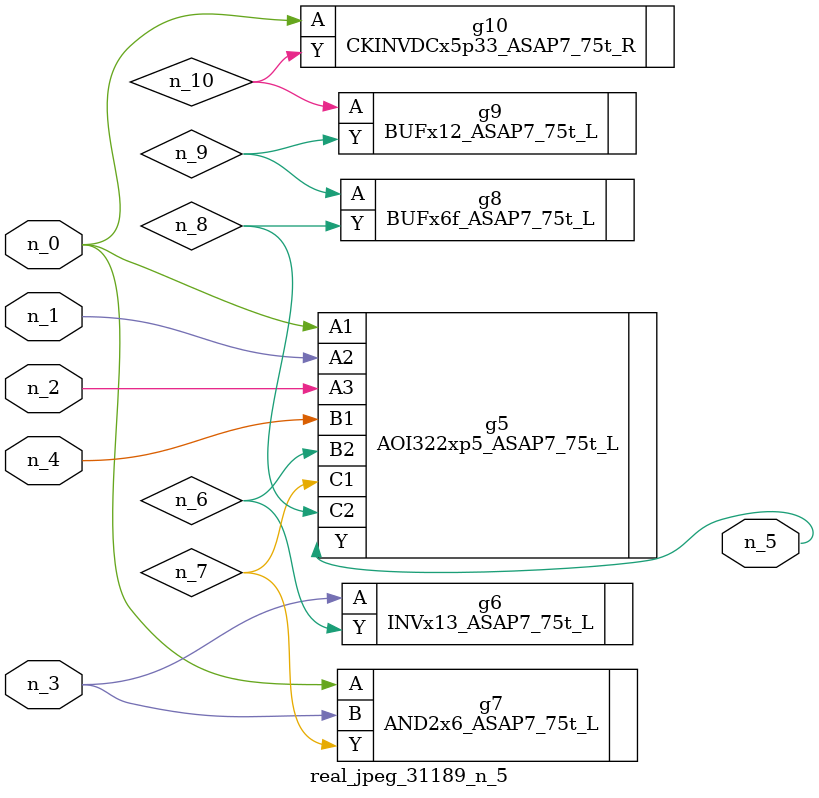
<source format=v>
module real_jpeg_31189_n_5 (n_4, n_0, n_1, n_2, n_3, n_5);

input n_4;
input n_0;
input n_1;
input n_2;
input n_3;

output n_5;

wire n_8;
wire n_6;
wire n_7;
wire n_10;
wire n_9;

AOI322xp5_ASAP7_75t_L g5 ( 
.A1(n_0),
.A2(n_1),
.A3(n_2),
.B1(n_4),
.B2(n_6),
.C1(n_7),
.C2(n_8),
.Y(n_5)
);

AND2x6_ASAP7_75t_L g7 ( 
.A(n_0),
.B(n_3),
.Y(n_7)
);

CKINVDCx5p33_ASAP7_75t_R g10 ( 
.A(n_0),
.Y(n_10)
);

INVx13_ASAP7_75t_L g6 ( 
.A(n_3),
.Y(n_6)
);

BUFx6f_ASAP7_75t_L g8 ( 
.A(n_9),
.Y(n_8)
);

BUFx12_ASAP7_75t_L g9 ( 
.A(n_10),
.Y(n_9)
);


endmodule
</source>
